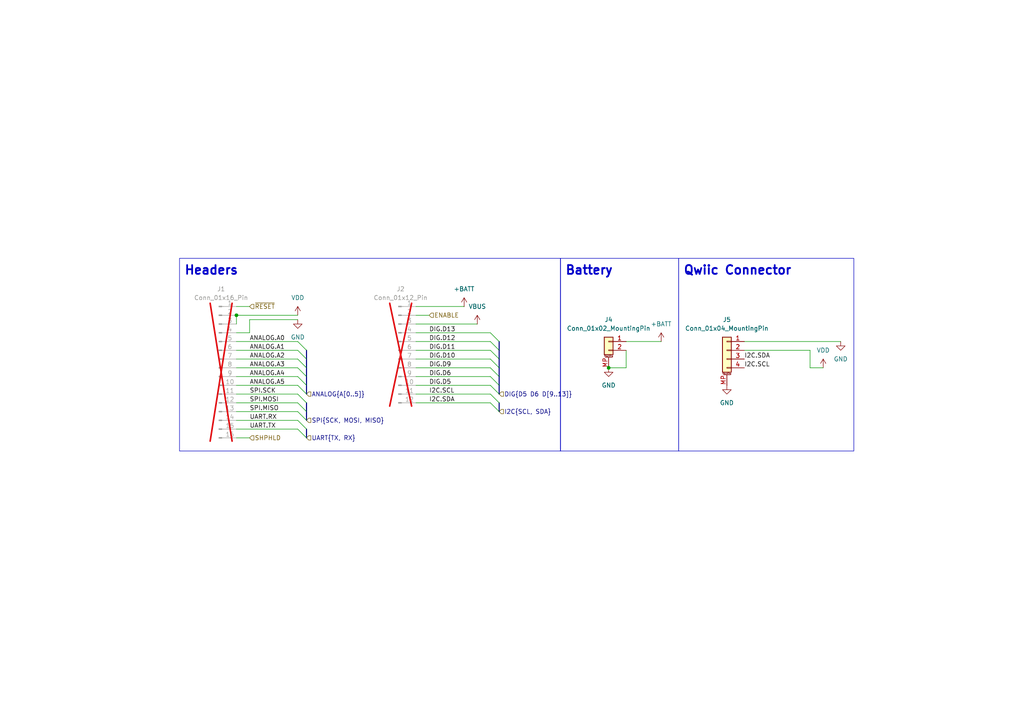
<source format=kicad_sch>
(kicad_sch (version 20250114) (generator "eeschema") (generator_version "9.0")
  (paper "A4")
  (lib_symbols
    (symbol "Connector:Conn_01x12_Pin" (pin_names (offset 1.016) (hide yes))
      (property "Reference" "J" (at 0 15.24 0))
      (property "Value" "Conn_01x12_Pin" (at 0 -17.78 0))
      (symbol "Conn_01x12_Pin_1_1"
        (rectangle (start 0.8636 12.827) (end 0 12.573) (stroke (width 0.1524)) (fill (type outline)))
        (rectangle (start 0.8636 10.287) (end 0 10.033) (stroke (width 0.1524)) (fill (type outline)))
        (rectangle (start 0.8636 7.747) (end 0 7.493) (stroke (width 0.1524)) (fill (type outline)))
        (rectangle (start 0.8636 5.207) (end 0 4.953) (stroke (width 0.1524)) (fill (type outline)))
        (rectangle (start 0.8636 2.667) (end 0 2.413) (stroke (width 0.1524)) (fill (type outline)))
        (rectangle (start 0.8636 0.127) (end 0 -0.127) (stroke (width 0.1524)) (fill (type outline)))
        (rectangle (start 0.8636 -2.413) (end 0 -2.667) (stroke (width 0.1524)) (fill (type outline)))
        (rectangle (start 0.8636 -4.953) (end 0 -5.207) (stroke (width 0.1524)) (fill (type outline)))
        (rectangle (start 0.8636 -7.493) (end 0 -7.747) (stroke (width 0.1524)) (fill (type outline)))
        (rectangle (start 0.8636 -10.033) (end 0 -10.287) (stroke (width 0.1524)) (fill (type outline)))
        (rectangle (start 0.8636 -12.573) (end 0 -12.827) (stroke (width 0.1524)) (fill (type outline)))
        (rectangle (start 0.8636 -15.113) (end 0 -15.367) (stroke (width 0.1524)) (fill (type outline)))
        (polyline (pts (xy 1.27 12.7) (xy 0.8636 12.7)) (stroke (width 0.1524)))
        (polyline (pts (xy 1.27 10.16) (xy 0.8636 10.16)) (stroke (width 0.1524)))
        (polyline (pts (xy 1.27 7.62) (xy 0.8636 7.62)) (stroke (width 0.1524)))
        (polyline (pts (xy 1.27 5.08) (xy 0.8636 5.08)) (stroke (width 0.1524)))
        (polyline (pts (xy 1.27 2.54) (xy 0.8636 2.54)) (stroke (width 0.1524)))
        (polyline (pts (xy 1.27 0) (xy 0.8636 0)) (stroke (width 0.1524)))
        (polyline (pts (xy 1.27 -2.54) (xy 0.8636 -2.54)) (stroke (width 0.1524)))
        (polyline (pts (xy 1.27 -5.08) (xy 0.8636 -5.08)) (stroke (width 0.1524)))
        (polyline (pts (xy 1.27 -7.62) (xy 0.8636 -7.62)) (stroke (width 0.1524)))
        (polyline (pts (xy 1.27 -10.16) (xy 0.8636 -10.16)) (stroke (width 0.1524)))
        (polyline (pts (xy 1.27 -12.7) (xy 0.8636 -12.7)) (stroke (width 0.1524)))
        (polyline (pts (xy 1.27 -15.24) (xy 0.8636 -15.24)) (stroke (width 0.1524)))
        (pin passive line (at 5.08 12.7 180) (length 3.81) (name "Pin_1") (number "1"))
        (pin passive line (at 5.08 10.16 180) (length 3.81) (name "Pin_2") (number "2"))
        (pin passive line (at 5.08 7.62 180) (length 3.81) (name "Pin_3") (number "3"))
        (pin passive line (at 5.08 5.08 180) (length 3.81) (name "Pin_4") (number "4"))
        (pin passive line (at 5.08 2.54 180) (length 3.81) (name "Pin_5") (number "5"))
        (pin passive line (at 5.08 0 180) (length 3.81) (name "Pin_6") (number "6"))
        (pin passive line (at 5.08 -2.54 180) (length 3.81) (name "Pin_7") (number "7"))
        (pin passive line (at 5.08 -5.08 180) (length 3.81) (name "Pin_8") (number "8"))
        (pin passive line (at 5.08 -7.62 180) (length 3.81) (name "Pin_9") (number "9"))
        (pin passive line (at 5.08 -10.16 180) (length 3.81) (name "Pin_10") (number "10"))
        (pin passive line (at 5.08 -12.7 180) (length 3.81) (name "Pin_11") (number "11"))
        (pin passive line (at 5.08 -15.24 180) (length 3.81) (name "Pin_12") (number "12"))
      )
    )
    (symbol "Connector:Conn_01x16_Pin" (pin_names (offset 1.016) (hide yes))
      (property "Reference" "J" (at 0 20.32 0))
      (property "Value" "Conn_01x16_Pin" (at 0 -22.86 0))
      (symbol "Conn_01x16_Pin_1_1"
        (rectangle (start 0.8636 17.907) (end 0 17.653) (stroke (width 0.1524)) (fill (type outline)))
        (rectangle (start 0.8636 15.367) (end 0 15.113) (stroke (width 0.1524)) (fill (type outline)))
        (rectangle (start 0.8636 12.827) (end 0 12.573) (stroke (width 0.1524)) (fill (type outline)))
        (rectangle (start 0.8636 10.287) (end 0 10.033) (stroke (width 0.1524)) (fill (type outline)))
        (rectangle (start 0.8636 7.747) (end 0 7.493) (stroke (width 0.1524)) (fill (type outline)))
        (rectangle (start 0.8636 5.207) (end 0 4.953) (stroke (width 0.1524)) (fill (type outline)))
        (rectangle (start 0.8636 2.667) (end 0 2.413) (stroke (width 0.1524)) (fill (type outline)))
        (rectangle (start 0.8636 0.127) (end 0 -0.127) (stroke (width 0.1524)) (fill (type outline)))
        (rectangle (start 0.8636 -2.413) (end 0 -2.667) (stroke (width 0.1524)) (fill (type outline)))
        (rectangle (start 0.8636 -4.953) (end 0 -5.207) (stroke (width 0.1524)) (fill (type outline)))
        (rectangle (start 0.8636 -7.493) (end 0 -7.747) (stroke (width 0.1524)) (fill (type outline)))
        (rectangle (start 0.8636 -10.033) (end 0 -10.287) (stroke (width 0.1524)) (fill (type outline)))
        (rectangle (start 0.8636 -12.573) (end 0 -12.827) (stroke (width 0.1524)) (fill (type outline)))
        (rectangle (start 0.8636 -15.113) (end 0 -15.367) (stroke (width 0.1524)) (fill (type outline)))
        (rectangle (start 0.8636 -17.653) (end 0 -17.907) (stroke (width 0.1524)) (fill (type outline)))
        (rectangle (start 0.8636 -20.193) (end 0 -20.447) (stroke (width 0.1524)) (fill (type outline)))
        (polyline (pts (xy 1.27 17.78) (xy 0.8636 17.78)) (stroke (width 0.1524)))
        (polyline (pts (xy 1.27 15.24) (xy 0.8636 15.24)) (stroke (width 0.1524)))
        (polyline (pts (xy 1.27 12.7) (xy 0.8636 12.7)) (stroke (width 0.1524)))
        (polyline (pts (xy 1.27 10.16) (xy 0.8636 10.16)) (stroke (width 0.1524)))
        (polyline (pts (xy 1.27 7.62) (xy 0.8636 7.62)) (stroke (width 0.1524)))
        (polyline (pts (xy 1.27 5.08) (xy 0.8636 5.08)) (stroke (width 0.1524)))
        (polyline (pts (xy 1.27 2.54) (xy 0.8636 2.54)) (stroke (width 0.1524)))
        (polyline (pts (xy 1.27 0) (xy 0.8636 0)) (stroke (width 0.1524)))
        (polyline (pts (xy 1.27 -2.54) (xy 0.8636 -2.54)) (stroke (width 0.1524)))
        (polyline (pts (xy 1.27 -5.08) (xy 0.8636 -5.08)) (stroke (width 0.1524)))
        (polyline (pts (xy 1.27 -7.62) (xy 0.8636 -7.62)) (stroke (width 0.1524)))
        (polyline (pts (xy 1.27 -10.16) (xy 0.8636 -10.16)) (stroke (width 0.1524)))
        (polyline (pts (xy 1.27 -12.7) (xy 0.8636 -12.7)) (stroke (width 0.1524)))
        (polyline (pts (xy 1.27 -15.24) (xy 0.8636 -15.24)) (stroke (width 0.1524)))
        (polyline (pts (xy 1.27 -17.78) (xy 0.8636 -17.78)) (stroke (width 0.1524)))
        (polyline (pts (xy 1.27 -20.32) (xy 0.8636 -20.32)) (stroke (width 0.1524)))
        (pin passive line (at 5.08 17.78 180) (length 3.81) (name "Pin_1") (number "1"))
        (pin passive line (at 5.08 15.24 180) (length 3.81) (name "Pin_2") (number "2"))
        (pin passive line (at 5.08 12.7 180) (length 3.81) (name "Pin_3") (number "3"))
        (pin passive line (at 5.08 10.16 180) (length 3.81) (name "Pin_4") (number "4"))
        (pin passive line (at 5.08 7.62 180) (length 3.81) (name "Pin_5") (number "5"))
        (pin passive line (at 5.08 5.08 180) (length 3.81) (name "Pin_6") (number "6"))
        (pin passive line (at 5.08 2.54 180) (length 3.81) (name "Pin_7") (number "7"))
        (pin passive line (at 5.08 0 180) (length 3.81) (name "Pin_8") (number "8"))
        (pin passive line (at 5.08 -2.54 180) (length 3.81) (name "Pin_9") (number "9"))
        (pin passive line (at 5.08 -5.08 180) (length 3.81) (name "Pin_10") (number "10"))
        (pin passive line (at 5.08 -7.62 180) (length 3.81) (name "Pin_11") (number "11"))
        (pin passive line (at 5.08 -10.16 180) (length 3.81) (name "Pin_12") (number "12"))
        (pin passive line (at 5.08 -12.7 180) (length 3.81) (name "Pin_13") (number "13"))
        (pin passive line (at 5.08 -15.24 180) (length 3.81) (name "Pin_14") (number "14"))
        (pin passive line (at 5.08 -17.78 180) (length 3.81) (name "Pin_15") (number "15"))
        (pin passive line (at 5.08 -20.32 180) (length 3.81) (name "Pin_16") (number "16"))
      )
    )
    (symbol "Connector_Generic_MountingPin:Conn_01x02_MountingPin" (pin_names (offset 1.016) (hide yes))
      (property "Reference" "J" (at 0 2.54 0))
      (property "Value" "Conn_01x02_MountingPin" (at 1.27 -5.08 0))
      (symbol "Conn_01x02_MountingPin_1_1"
        (rectangle (start -1.27 1.27) (end 1.27 -3.81) (stroke (width 0.254)) (fill (type background)))
        (rectangle (start -1.27 0.127) (end 0 -0.127) (stroke (width 0.1524)))
        (rectangle (start -1.27 -2.413) (end 0 -2.667) (stroke (width 0.1524)))
        (polyline (pts (xy -1.016 -4.572) (xy 1.016 -4.572)) (stroke (width 0.1524)))
        (text "Mounting" (at 0 -4.191 0) (effects (font (size 0.381 0.381))))
        (pin passive line (at -5.08 0 0) (length 3.81) (name "Pin_1") (number "1"))
        (pin passive line (at -5.08 -2.54 0) (length 3.81) (name "Pin_2") (number "2"))
        (pin passive line (at 0 -7.62 90) (length 3.048) (name "MountPin") (number "MP"))
      )
    )
    (symbol "Connector_Generic_MountingPin:Conn_01x04_MountingPin" (pin_names (offset 1.016) (hide yes))
      (property "Reference" "J" (at 0 5.08 0))
      (property "Value" "Conn_01x04_MountingPin" (at 1.27 -7.62 0))
      (symbol "Conn_01x04_MountingPin_1_1"
        (rectangle (start -1.27 3.81) (end 1.27 -6.35) (stroke (width 0.254)) (fill (type background)))
        (rectangle (start -1.27 2.667) (end 0 2.413) (stroke (width 0.1524)))
        (rectangle (start -1.27 0.127) (end 0 -0.127) (stroke (width 0.1524)))
        (rectangle (start -1.27 -2.413) (end 0 -2.667) (stroke (width 0.1524)))
        (rectangle (start -1.27 -4.953) (end 0 -5.207) (stroke (width 0.1524)))
        (polyline (pts (xy -1.016 -7.112) (xy 1.016 -7.112)) (stroke (width 0.1524)))
        (text "Mounting" (at 0 -6.731 0) (effects (font (size 0.381 0.381))))
        (pin passive line (at -5.08 2.54 0) (length 3.81) (name "Pin_1") (number "1"))
        (pin passive line (at -5.08 0 0) (length 3.81) (name "Pin_2") (number "2"))
        (pin passive line (at -5.08 -2.54 0) (length 3.81) (name "Pin_3") (number "3"))
        (pin passive line (at -5.08 -5.08 0) (length 3.81) (name "Pin_4") (number "4"))
        (pin passive line (at 0 -10.16 90) (length 3.048) (name "MountPin") (number "MP"))
      )
    )
    (symbol "power:+BATT" (power) (pin_numbers (hide yes)) (pin_names (offset 0) (hide yes))
      (property "Value" "+BATT" (at 0 3.556 0))
      (symbol "+BATT_0_1"
        (polyline (pts (xy -0.762 1.27) (xy 0 2.54)))
        (polyline (pts (xy 0 2.54) (xy 0.762 1.27)))
        (polyline (pts (xy 0 0) (xy 0 2.54)))
      )
      (symbol "+BATT_1_1"
        (pin power_in line (at 0 0 90) (length 0) (name "~") (number "1"))
      )
    )
    (symbol "power:GND" (power) (pin_numbers (hide yes)) (pin_names (offset 0) (hide yes))
      (property "Value" "GND" (at 0 -3.81 0))
      (symbol "GND_0_1"
        (polyline (pts (xy 0 0) (xy 0 -1.27) (xy 1.27 -1.27) (xy 0 -2.54) (xy -1.27 -1.27) (xy 0 -1.27)))
      )
      (symbol "GND_1_1"
        (pin power_in line (at 0 0 270) (length 0) (name "~") (number "1"))
      )
    )
    (symbol "power:VBUS" (power) (pin_numbers (hide yes)) (pin_names (offset 0) (hide yes))
      (property "Value" "VBUS" (at 0 3.556 0))
      (symbol "VBUS_0_1"
        (polyline (pts (xy -0.762 1.27) (xy 0 2.54)))
        (polyline (pts (xy 0 2.54) (xy 0.762 1.27)))
        (polyline (pts (xy 0 0) (xy 0 2.54)))
      )
      (symbol "VBUS_1_1"
        (pin power_in line (at 0 0 90) (length 0) (name "~") (number "1"))
      )
    )
    (symbol "power:VDD" (power) (pin_numbers (hide yes)) (pin_names (offset 0) (hide yes))
      (property "Value" "VDD" (at 0 3.556 0))
      (symbol "VDD_0_1"
        (polyline (pts (xy -0.762 1.27) (xy 0 2.54)))
        (polyline (pts (xy 0 2.54) (xy 0.762 1.27)))
        (polyline (pts (xy 0 0) (xy 0 2.54)))
      )
      (symbol "VDD_1_1"
        (pin power_in line (at 0 0 90) (length 0) (name "~") (number "1"))
      )
    )
  )
  (rectangle (start 52.07 74.93) (end 162.56 130.81))
  (rectangle (start 196.85 74.93) (end 247.65 130.81))
  (rectangle (start 162.56 74.93) (end 196.85 130.81))
  (text "Qwiic Connector" (at 198.12 80.01 0) (effects (font (size 2.54 2.54) (thickness 0.508) (bold yes)) (justify left bottom)))
  (text "Battery" (at 163.83 80.01 0) (effects (font (size 2.54 2.54) (thickness 0.508) (bold yes)) (justify left bottom)))
  (text "Headers" (at 53.34 80.01 0) (effects (font (size 2.54 2.54) (thickness 0.508) (bold yes)) (justify left bottom)))
  (junction (at 68.58 91.44))
  (junction (at 176.53 106.68))
  (bus_entry (at 144.78 116.84) (size -2.54 -2.54))
  (bus_entry (at 88.9 109.22) (size -2.54 -2.54))
  (bus_entry (at 88.9 127) (size -2.54 -2.54))
  (bus_entry (at 144.78 114.3) (size -2.54 -2.54))
  (bus_entry (at 144.78 106.68) (size -2.54 -2.54))
  (bus_entry (at 88.9 106.68) (size -2.54 -2.54))
  (bus_entry (at 88.9 101.6) (size -2.54 -2.54))
  (bus_entry (at 88.9 114.3) (size -2.54 -2.54))
  (bus_entry (at 144.78 111.76) (size -2.54 -2.54))
  (bus_entry (at 144.78 101.6) (size -2.54 -2.54))
  (bus_entry (at 144.78 99.06) (size -2.54 -2.54))
  (bus_entry (at 88.9 116.84) (size -2.54 -2.54))
  (bus_entry (at 88.9 111.76) (size -2.54 -2.54))
  (bus_entry (at 144.78 104.14) (size -2.54 -2.54))
  (bus_entry (at 88.9 104.14) (size -2.54 -2.54))
  (bus_entry (at 144.78 109.22) (size -2.54 -2.54))
  (bus_entry (at 88.9 124.46) (size -2.54 -2.54))
  (bus_entry (at 144.78 119.38) (size -2.54 -2.54))
  (bus_entry (at 88.9 119.38) (size -2.54 -2.54))
  (bus_entry (at 88.9 121.92) (size -2.54 -2.54))
  (bus (pts (xy 88.9 116.84) (xy 88.9 119.38)))
  (bus (pts (xy 88.9 111.76) (xy 88.9 114.3)))
  (wire (pts (xy 68.58 124.46) (xy 86.36 124.46)))
  (wire (pts (xy 120.65 96.52) (xy 142.24 96.52)))
  (bus (pts (xy 144.78 106.68) (xy 144.78 109.22)))
  (wire (pts (xy 120.65 88.9) (xy 134.62 88.9)))
  (bus (pts (xy 144.78 101.6) (xy 144.78 104.14)))
  (wire (pts (xy 68.58 111.76) (xy 86.36 111.76)))
  (bus (pts (xy 144.78 116.84) (xy 144.78 119.38)))
  (wire (pts (xy 120.65 99.06) (xy 142.24 99.06)))
  (wire (pts (xy 68.58 121.92) (xy 86.36 121.92)))
  (bus (pts (xy 88.9 106.68) (xy 88.9 109.22)))
  (wire (pts (xy 238.76 106.68) (xy 234.95 106.68)))
  (wire (pts (xy 120.65 101.6) (xy 142.24 101.6)))
  (bus (pts (xy 88.9 101.6) (xy 88.9 104.14)))
  (wire (pts (xy 68.58 119.38) (xy 86.36 119.38)))
  (wire (pts (xy 72.39 88.9) (xy 68.58 88.9)))
  (wire (pts (xy 215.9 99.06) (xy 243.84 99.06)))
  (wire (pts (xy 120.65 93.98) (xy 138.43 93.98)))
  (wire (pts (xy 234.95 106.68) (xy 234.95 101.6)))
  (bus (pts (xy 88.9 104.14) (xy 88.9 106.68)))
  (wire (pts (xy 72.39 96.52) (xy 68.58 96.52)))
  (wire (pts (xy 181.61 101.6) (xy 181.61 106.68)))
  (wire (pts (xy 72.39 127) (xy 68.58 127)))
  (wire (pts (xy 68.58 109.22) (xy 86.36 109.22)))
  (wire (pts (xy 120.65 104.14) (xy 142.24 104.14)))
  (wire (pts (xy 215.9 101.6) (xy 234.95 101.6)))
  (wire (pts (xy 124.46 91.44) (xy 120.65 91.44)))
  (wire (pts (xy 68.58 101.6) (xy 86.36 101.6)))
  (bus (pts (xy 144.78 111.76) (xy 144.78 114.3)))
  (bus (pts (xy 144.78 99.06) (xy 144.78 101.6)))
  (bus (pts (xy 88.9 109.22) (xy 88.9 111.76)))
  (wire (pts (xy 68.58 116.84) (xy 86.36 116.84)))
  (wire (pts (xy 72.39 92.71) (xy 72.39 96.52)))
  (wire (pts (xy 181.61 106.68) (xy 176.53 106.68)))
  (wire (pts (xy 68.58 91.44) (xy 68.58 93.98)))
  (wire (pts (xy 120.65 106.68) (xy 142.24 106.68)))
  (bus (pts (xy 144.78 104.14) (xy 144.78 106.68)))
  (wire (pts (xy 68.58 114.3) (xy 86.36 114.3)))
  (wire (pts (xy 68.58 104.14) (xy 86.36 104.14)))
  (wire (pts (xy 120.65 114.3) (xy 142.24 114.3)))
  (wire (pts (xy 181.61 99.06) (xy 191.77 99.06)))
  (bus (pts (xy 88.9 119.38) (xy 88.9 121.92)))
  (bus (pts (xy 144.78 109.22) (xy 144.78 111.76)))
  (wire (pts (xy 120.65 116.84) (xy 142.24 116.84)))
  (wire (pts (xy 120.65 109.22) (xy 142.24 109.22)))
  (wire (pts (xy 120.65 111.76) (xy 142.24 111.76)))
  (wire (pts (xy 68.58 99.06) (xy 86.36 99.06)))
  (wire (pts (xy 72.39 92.71) (xy 86.36 92.71)))
  (bus (pts (xy 88.9 124.46) (xy 88.9 127)))
  (wire (pts (xy 68.58 91.44) (xy 86.36 91.44)))
  (wire (pts (xy 68.58 106.68) (xy 86.36 106.68)))
  (label "DIG.D5" (at 124.46 111.76 0))
  (label "DIG.D10" (at 124.46 104.14 0))
  (label "ANALOG.A2" (at 72.39 104.14 0))
  (label "UART.RX" (at 72.39 121.92 0))
  (label "DIG.D11" (at 124.46 101.6 0))
  (label "I2C.SCL" (at 124.46 114.3 0))
  (label "I2C.SDA" (at 215.9 104.14 0))
  (label "DIG.D12" (at 124.46 99.06 0))
  (label "DIG.D6" (at 124.46 109.22 0))
  (label "SPI.MOSI" (at 72.39 116.84 0))
  (label "ANALOG.A4" (at 72.39 109.22 0))
  (label "DIG.D13" (at 124.46 96.52 0))
  (label "SPI.SCK" (at 72.39 114.3 0))
  (label "I2C.SCL" (at 215.9 106.68 0))
  (label "DIG.D9" (at 124.46 106.68 0))
  (label "ANALOG.A3" (at 72.39 106.68 0))
  (label "I2C.SDA" (at 124.46 116.84 0))
  (label "ANALOG.A0" (at 72.39 99.06 0))
  (label "SPI.MISO" (at 72.39 119.38 0))
  (label "ANALOG.A5" (at 72.39 111.76 0))
  (label "UART.TX" (at 72.39 124.46 0))
  (label "ANALOG.A1" (at 72.39 101.6 0))
  (hierarchical_label "ANALOG{A[0..5]}" (shape input) (at 88.9 114.3 0))
  (hierarchical_label "DIG{D5 D6 D[9..13]}" (shape input) (at 144.78 114.3 0))
  (hierarchical_label "ENABLE" (shape input) (at 124.46 91.44 0))
  (hierarchical_label "~{RESET}" (shape input) (at 72.39 88.9 0))
  (hierarchical_label "I2C{SCL, SDA}" (shape input) (at 144.78 119.38 0))
  (hierarchical_label "SHPHLD" (shape input) (at 72.39 127 0))
  (hierarchical_label "SPI{SCK, MOSI, MISO}" (shape input) (at 88.9 121.92 0))
  (hierarchical_label "UART{TX, RX}" (shape input) (at 88.9 127 0))
  (symbol (lib_id "power:+BATT") (at 191.77 99.06 0) (unit 1)
    (property "Reference" "#PWR06" (effects (hide yes)))
    (property "Value" "+BATT" (at 191.77 93.98 0))
    (property "Description" "Power symbol creates a global label with name \"+BATT\"" (effects (hide yes)))
  )
  (symbol (lib_id "power:GND") (at 210.82 111.76 0) (unit 1)
    (property "Reference" "#PWR05" (effects (hide yes)))
    (property "Value" "GND" (at 210.82 116.84 0))
    (property "Description" "Power symbol creates a global label with name \"GND\" , ground" (effects (hide yes)))
  )
  (symbol (lib_id "power:GND") (at 243.84 99.06 0) (unit 1)
    (property "Reference" "#PWR02" (effects (hide yes)))
    (property "Value" "GND" (at 243.84 104.14 0))
    (property "Description" "Power symbol creates a global label with name \"GND\" , ground" (effects (hide yes)))
  )
  (symbol (lib_id "power:GND") (at 176.53 106.68 0) (unit 1)
    (property "Reference" "#PWR04" (effects (hide yes)))
    (property "Value" "GND" (at 176.53 111.76 0))
    (property "Description" "Power symbol creates a global label with name \"GND\" , ground" (effects (hide yes)))
  )
  (symbol (lib_id "power:VBUS") (at 138.43 93.98 0) (unit 1)
    (property "Reference" "#PWR048" (effects (hide yes)))
    (property "Value" "VBUS" (at 138.43 88.9 0))
    (property "Description" "Power symbol creates a global label with name \"VBUS\"" (effects (hide yes)))
  )
  (symbol (lib_id "Connector_Generic_MountingPin:Conn_01x04_MountingPin") (at 210.82 101.6 0) (mirror y) (unit 1)
    (property "Reference" "J5" (at 210.82 92.71 0))
    (property "Value" "Conn_01x04_MountingPin" (at 210.82 95.25 0))
    (property "Footprint" "Connector_JST:JST_SH_SM04B-SRSS-TB_1x04-1MP_P1.00mm_Horizontal" (effects (hide yes)))
    (property "LCSC" "C3029343" (effects (hide yes)))
  )
  (symbol (lib_id "power:+BATT") (at 134.62 88.9 0) (unit 1)
    (property "Reference" "#PWR09" (effects (hide yes)))
    (property "Value" "+BATT" (at 134.62 83.82 0))
    (property "Description" "Power symbol creates a global label with name \"+BATT\"" (effects (hide yes)))
  )
  (symbol (lib_id "power:VDD") (at 238.76 106.68 0) (unit 1)
    (property "Reference" "#PWR01" (effects (hide yes)))
    (property "Value" "VDD" (at 238.76 101.6 0))
    (property "Description" "Power symbol creates a global label with name \"VDD\"" (effects (hide yes)))
  )
  (symbol (lib_id "power:GND") (at 86.36 92.71 0) (unit 1)
    (property "Reference" "#PWR08" (effects (hide yes)))
    (property "Value" "GND" (at 86.36 97.79 0))
    (property "Description" "Power symbol creates a global label with name \"GND\" , ground" (effects (hide yes)))
  )
  (symbol (lib_id "Connector:Conn_01x12_Pin") (at 115.57 101.6 0) (unit 1) (in_bom no) (dnp yes)
    (property "Reference" "J2" (at 116.205 83.82 0))
    (property "Value" "Conn_01x12_Pin" (at 116.205 86.36 0))
    (property "Footprint" "RoyalBlue54L-Feather-Connector_PinHeader_2.54mm:PinHeader_1x12_P2.54mm_Vertical" (effects (hide yes)))
  )
  (symbol (lib_id "Connector:Conn_01x16_Pin") (at 63.5 106.68 0) (unit 1) (in_bom no) (dnp yes)
    (property "Reference" "J1" (at 64.135 83.82 0))
    (property "Value" "Conn_01x16_Pin" (at 64.135 86.36 0))
    (property "Footprint" "RoyalBlue54L-Feather-Connector_PinHeader_2.54mm:PinHeader_1x16_P2.54mm_Vertical" (effects (hide yes)))
  )
  (symbol (lib_id "power:VDD") (at 86.36 91.44 0) (unit 1)
    (property "Reference" "#PWR07" (effects (hide yes)))
    (property "Value" "VDD" (at 86.36 86.36 0))
    (property "Description" "Power symbol creates a global label with name \"VDD\"" (effects (hide yes)))
  )
  (symbol (lib_id "Connector_Generic_MountingPin:Conn_01x02_MountingPin") (at 176.53 99.06 0) (mirror y) (unit 1)
    (property "Reference" "J4" (at 176.53 92.71 0))
    (property "Value" "Conn_01x02_MountingPin" (at 176.53 95.25 0))
    (property "Footprint" "Connector_JST:JST_PH_S2B-PH-SM4-TB_1x02-1MP_P2.00mm_Horizontal" (effects (hide yes)))
    (property "LCSC" "C295747" (effects (hide yes)))
  )
)
</source>
